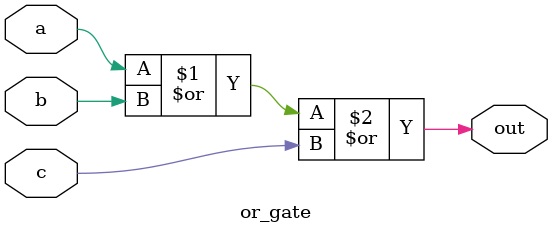
<source format=sv>
module top_module (
	input a,
	input b,
	input cin,
	output cout,
	output sum
);

	// Instantiating the main full adder module
	full_adder full_adder_inst (
		.a(a),
		.b(b),
		.cin(cin),
		.cout(cout),
		.sum(sum)
	);

endmodule
module full_adder (
	input a,
	input b,
	input cin,
	output cout,
	output sum
);
	// Logic to calculate the sum
	wire sum1;
	xor_gate xor1 (.a(a), .b(b), .out(sum1));
	xor_gate xor2 (.a(sum1), .b(cin), .out(sum));

	// Logic to calculate the carry
	wire and1_out;
	wire and2_out;
	wire and3_out;
	and_gate and1 (.a(a), .b(b), .out(and1_out));
	and_gate and2 (.a(a), .b(cin), .out(and2_out));
	and_gate and3 (.a(b), .b(cin), .out(and3_out));
	or_gate or1 (.a(and1_out), .b(and2_out), .c(and3_out), .out(cout));
endmodule
module xor_gate (
	input a,
	input b,
	output out
);
	assign out = a ^ b;
endmodule
module and_gate (
	input a,
	input b,
	output out
);
	assign out = a & b;
endmodule
module or_gate (
	input a,
	input b,
	input c,
	output out
);
	assign out = a | b | c;
endmodule

</source>
